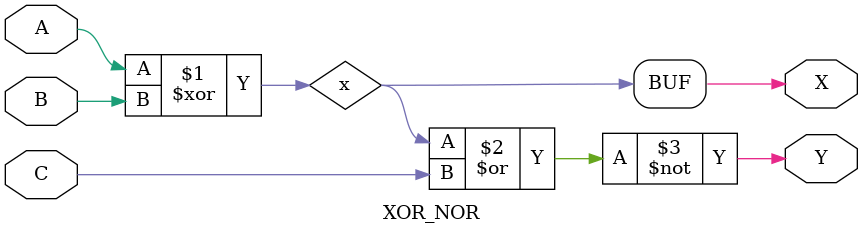
<source format=v>
`timescale 1ns / 1ps

module intro( input A,B,C,D, output X,Y,Z);
wire ab,bc,q,qn;
AND_OR Inputcombo01(.A(A),.B(B),.C(C),.X(ab),.Y(bc));
SR SRlatch01 (.Q(q),.Qn(qn),.S(bc),.R(D));
XOR_NOR Outputcombo01 (.A(ab),.B(q),.C(qn),.X(X),.Y(Y));
assign Z = ~(qn);
endmodule

module AND_OR(input A,B,C, output X,Y);
assign X = A & B;
assign Y = B | C;
endmodule

module SR(input S,R, output Q,Qn);
wire q,qn;
assign Q = q;
assign Qn = qn;
assign Q = ~(S & qn);
assign Qn = ~(R & q);
endmodule

module XOR_NOR(input A,B,C, output X,Y);
wire x;
assign X = x;
assign X = A^B;
assign Y = ~(x | C);
endmodule
</source>
